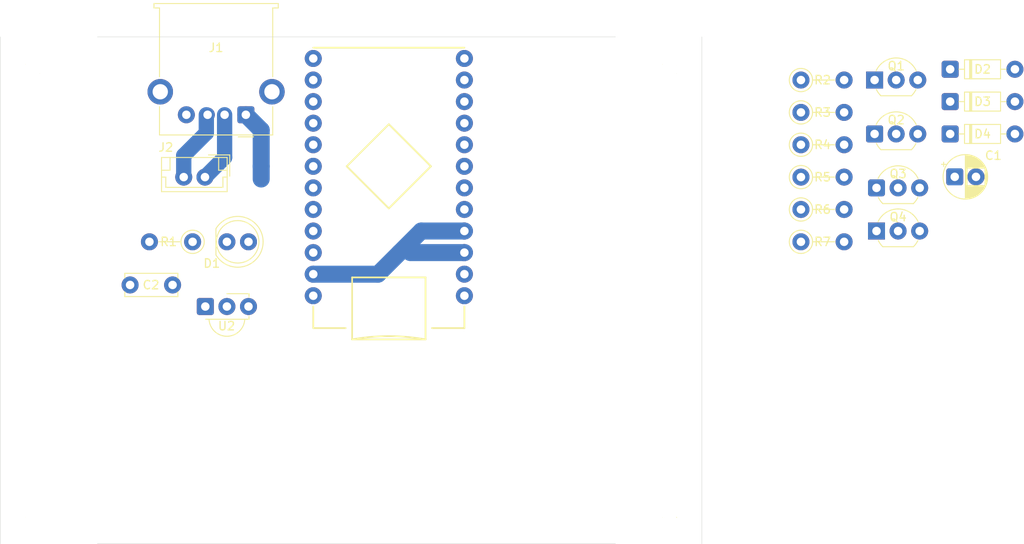
<source format=kicad_pcb>
(kicad_pcb (version 20241229) (generator "pcbnew") (generator_version "9.0")
  (layers (0 "F.Cu" signal) (2 "B.Cu" signal) (13 "F.Paste" user) (15 "B.Paste" user) (5 "F.SilkS" user "F.Silkscreen") (7 "B.SilkS" user "B.Silkscreen") (1 "F.Mask" user) (3 "B.Mask" user) (25 "Edge.Cuts" user))
  (net 0 "")
  (net 1 "GND")
  (net 2 "+5V")
  (net 3 "Net-(D1-A)")
  (net 4 "Net-(D1-K)")
  (net 5 "IR_OUT")
  (net 10 "Net-(D4-A)")
  (net 17 "Net-(D2-K)")
  (net 21 "Net-(J1-D+)")
  (net 22 "Net-(J1-D-)")
  (net 23 "Net-(D2-A)")
  (net 24 "Net-(D3-A)")
  (net 25 "Net-(D4-K)")
  (net 26 "Net-(Q1-B)")
  (net 27 "Net-(Q2-C)")
  (net 28 "VCC")
  (net 29 "Net-(Q4-E)")
  (net 30 "Net-(Q4-B)")
  (net 31 "ON_OFF")
  (net 32 "DISCH")
  (footprint "Diode_THT:D_DO-35_SOD27_P7.62mm_Horizontal" (layer "F.Cu") (at 203.2 60.96)
    (property "Reference" "D4" (at 3.81 0 0) (layer "F.SilkS"))
    (property "Value" "1N5817" (hide yes))
    (fp_line (start 1.04 0) (end 1.69 0) (stroke (width 0.12)) (layer "F.SilkS"))
    (fp_line (start 2.29 -1.12) (end 2.29 1.12) (stroke (width 0.12)) (layer "F.SilkS"))
    (fp_line (start 2.41 -1.12) (end 2.41 1.12) (stroke (width 0.12)) (layer "F.SilkS"))
    (fp_line (start 2.53 -1.12) (end 2.53 1.12) (stroke (width 0.12)) (layer "F.SilkS"))
    (fp_line (start 6.58 0) (end 5.93 0) (stroke (width 0.12)) (layer "F.SilkS"))
    (fp_rect (start 1.69 -1.12) (end 5.93 1.12) (stroke (width 0.12)) (fill no) (layer "F.SilkS"))
    (pad "1" thru_hole roundrect (at 0 0) (size 2 2) (drill 1) (layers "*.Cu" "*.Mask") (roundrect_rratio 0.15625) (net 25 "Net-(D4-K)"))
    (pad "2" thru_hole circle (at 7.62 0) (size 2 2) (drill 1) (layers "*.Cu" "*.Mask") (net 10 "Net-(D4-A)"))
  )
  (footprint "Connector_JST:JST_EH_B2B-EH-A_1x02_P2.50mm_Vertical" (layer "F.Cu") (at 115.53 66.04 180)
    (property "Reference" "J2" (at 4.6 3.5 0) (layer "F.SilkS"))
    (property "Value" "01x02" (hide yes))
    (fp_line (start 5.11 2.31) (end 5.11 -1.71) (stroke (width 0.12)) (layer "F.SilkS"))
    (fp_line (start 5.11 0.81) (end 4.11 0.81) (stroke (width 0.12)) (layer "F.SilkS"))
    (fp_line (start 5.11 -1.71) (end -2.61 -1.71) (stroke (width 0.12)) (layer "F.SilkS"))
    (fp_line (start 4.61 0) (end 5.11 0) (stroke (width 0.12)) (layer "F.SilkS"))
    (fp_line (start 4.61 -1.21) (end 4.61 0) (stroke (width 0.12)) (layer "F.SilkS"))
    (fp_line (start 4.11 0.81) (end 4.11 2.31) (stroke (width 0.12)) (layer "F.SilkS"))
    (fp_line (start -1.61 0.81) (end -1.61 2.31) (stroke (width 0.12)) (layer "F.SilkS"))
    (fp_line (start -2.11 0) (end -2.11 -1.21) (stroke (width 0.12)) (layer "F.SilkS"))
    (fp_line (start -2.11 -1.21) (end 4.61 -1.21) (stroke (width 0.12)) (layer "F.SilkS"))
    (fp_line (start -2.61 2.31) (end 5.11 2.31) (stroke (width 0.12)) (layer "F.SilkS"))
    (fp_line (start -2.61 0.81) (end -1.61 0.81) (stroke (width 0.12)) (layer "F.SilkS"))
    (fp_line (start -2.61 0) (end -2.11 0) (stroke (width 0.12)) (layer "F.SilkS"))
    (fp_line (start -2.61 -1.71) (end -2.61 2.31) (stroke (width 0.12)) (layer "F.SilkS"))
    (fp_line (start -2.91 2.61) (end -0.41 2.61) (stroke (width 0.12)) (layer "F.SilkS"))
    (fp_line (start -2.91 0.11) (end -2.91 2.61) (stroke (width 0.12)) (layer "F.SilkS"))
    (pad "1" thru_hole circle (at 0 0 180) (size 2 2) (drill 1) (layers "*.Cu" "*.Mask") (net 22 "Net-(J1-D-)"))
    (pad "2" thru_hole oval (at 2.5 0 180) (size 2 2) (drill 1) (layers "*.Cu" "*.Mask") (net 21 "Net-(J1-D+)"))
  )
  (footprint "Resistor_THT:R_Axial_DIN0207_L6.3mm_D2.5mm_P5.08mm_Vertical" (layer "F.Cu") (at 185.645 54.61)
    (property "Reference" "R2" (at 2.54 0 0) (layer "F.SilkS"))
    (property "Value" "47K" (hide yes))
    (fp_line (start 1.37 0) (end 3.98 0) (stroke (width 0.12)) (layer "F.SilkS"))
    (fp_circle (center 0 0) (end 1.37 0) (stroke (width 0.12)) (fill no) (layer "F.SilkS"))
    (pad "1" thru_hole circle (at 0 0) (size 2 2) (drill 1) (layers "*.Cu" "*.Mask") (net 5 "IR_OUT"))
    (pad "2" thru_hole circle (at 5.08 0) (size 2 2) (drill 1) (layers "*.Cu" "*.Mask") (net 26 "Net-(Q1-B)"))
  )
  (footprint "Capacitor_THT:CP_Radial_D5.0mm_P2.50mm" (layer "F.Cu") (at 203.739775 66.01)
    (property "Reference" "C1" (at 4.540225 -2.51 0) (layer "F.SilkS"))
    (property "Value" "10uF" (hide yes))
    (fp_line (start -1.554775 -1.475) (end -1.054775 -1.475) (stroke (width 0.12)) (layer "F.SilkS"))
    (fp_line (start -1.304775 -1.725) (end -1.304775 -1.225) (stroke (width 0.12)) (layer "F.SilkS"))
    (fp_line (start 1.25 -2.58) (end 1.25 2.58) (stroke (width 0.12)) (layer "F.SilkS"))
    (fp_line (start 1.29 -2.58) (end 1.29 2.58) (stroke (width 0.12)) (layer "F.SilkS"))
    (fp_line (start 1.33 -2.579) (end 1.33 2.579) (stroke (width 0.12)) (layer "F.SilkS"))
    (fp_line (start 1.37 -2.577) (end 1.37 2.577) (stroke (width 0.12)) (layer "F.SilkS"))
    (fp_line (start 1.41 -2.575) (end 1.41 2.575) (stroke (width 0.12)) (layer "F.SilkS"))
    (fp_line (start 1.45 -2.572) (end 1.45 2.572) (stroke (width 0.12)) (layer "F.SilkS"))
    (fp_line (start 1.49 -2.569) (end 1.49 -1.04) (stroke (width 0.12)) (layer "F.SilkS"))
    (fp_line (start 1.49 1.04) (end 1.49 2.569) (stroke (width 0.12)) (layer "F.SilkS"))
    (fp_line (start 1.53 -2.565) (end 1.53 -1.04) (stroke (width 0.12)) (layer "F.SilkS"))
    (fp_line (start 1.53 1.04) (end 1.53 2.565) (stroke (width 0.12)) (layer "F.SilkS"))
    (fp_line (start 1.57 -2.56) (end 1.57 -1.04) (stroke (width 0.12)) (layer "F.SilkS"))
    (fp_line (start 1.57 1.04) (end 1.57 2.56) (stroke (width 0.12)) (layer "F.SilkS"))
    (fp_line (start 1.61 -2.555) (end 1.61 -1.04) (stroke (width 0.12)) (layer "F.SilkS"))
    (fp_line (start 1.61 1.04) (end 1.61 2.555) (stroke (width 0.12)) (layer "F.SilkS"))
    (fp_line (start 1.65 -2.549) (end 1.65 -1.04) (stroke (width 0.12)) (layer "F.SilkS"))
    (fp_line (start 1.65 1.04) (end 1.65 2.549) (stroke (width 0.12)) (layer "F.SilkS"))
    (fp_line (start 1.69 -2.543) (end 1.69 -1.04) (stroke (width 0.12)) (layer "F.SilkS"))
    (fp_line (start 1.69 1.04) (end 1.69 2.543) (stroke (width 0.12)) (layer "F.SilkS"))
    (fp_line (start 1.73 -2.536) (end 1.73 -1.04) (stroke (width 0.12)) (layer "F.SilkS"))
    (fp_line (start 1.73 1.04) (end 1.73 2.536) (stroke (width 0.12)) (layer "F.SilkS"))
    (fp_line (start 1.77 -2.528) (end 1.77 -1.04) (stroke (width 0.12)) (layer "F.SilkS"))
    (fp_line (start 1.77 1.04) (end 1.77 2.528) (stroke (width 0.12)) (layer "F.SilkS"))
    (fp_line (start 1.81 -2.519) (end 1.81 -1.04) (stroke (width 0.12)) (layer "F.SilkS"))
    (fp_line (start 1.81 1.04) (end 1.81 2.519) (stroke (width 0.12)) (layer "F.SilkS"))
    (fp_line (start 1.85 -2.51) (end 1.85 -1.04) (stroke (width 0.12)) (layer "F.SilkS"))
    (fp_line (start 1.85 1.04) (end 1.85 2.51) (stroke (width 0.12)) (layer "F.SilkS"))
    (fp_line (start 1.89 -2.501) (end 1.89 -1.04) (stroke (width 0.12)) (layer "F.SilkS"))
    (fp_line (start 1.89 1.04) (end 1.89 2.501) (stroke (width 0.12)) (layer "F.SilkS"))
    (fp_line (start 1.93 -2.49) (end 1.93 -1.04) (stroke (width 0.12)) (layer "F.SilkS"))
    (fp_line (start 1.93 1.04) (end 1.93 2.49) (stroke (width 0.12)) (layer "F.SilkS"))
    (fp_line (start 1.97 -2.479) (end 1.97 -1.04) (stroke (width 0.12)) (layer "F.SilkS"))
    (fp_line (start 1.97 1.04) (end 1.97 2.479) (stroke (width 0.12)) (layer "F.SilkS"))
    (fp_line (start 2.01 -2.467) (end 2.01 -1.04) (stroke (width 0.12)) (layer "F.SilkS"))
    (fp_line (start 2.01 1.04) (end 2.01 2.467) (stroke (width 0.12)) (layer "F.SilkS"))
    (fp_line (start 2.05 -2.455) (end 2.05 -1.04) (stroke (width 0.12)) (layer "F.SilkS"))
    (fp_line (start 2.05 1.04) (end 2.05 2.455) (stroke (width 0.12)) (layer "F.SilkS"))
    (fp_line (start 2.09 -2.442) (end 2.09 -1.04) (stroke (width 0.12)) (layer "F.SilkS"))
    (fp_line (start 2.09 1.04) (end 2.09 2.442) (stroke (width 0.12)) (layer "F.SilkS"))
    (fp_line (start 2.13 -2.428) (end 2.13 -1.04) (stroke (width 0.12)) (layer "F.SilkS"))
    (fp_line (start 2.13 1.04) (end 2.13 2.428) (stroke (width 0.12)) (layer "F.SilkS"))
    (fp_line (start 2.17 -2.413) (end 2.17 -1.04) (stroke (width 0.12)) (layer "F.SilkS"))
    (fp_line (start 2.17 1.04) (end 2.17 2.413) (stroke (width 0.12)) (layer "F.SilkS"))
    (fp_line (start 2.21 -2.398) (end 2.21 -1.04) (stroke (width 0.12)) (layer "F.SilkS"))
    (fp_line (start 2.21 1.04) (end 2.21 2.398) (stroke (width 0.12)) (layer "F.SilkS"))
    (fp_line (start 2.25 -2.382) (end 2.25 -1.04) (stroke (width 0.12)) (layer "F.SilkS"))
    (fp_line (start 2.25 1.04) (end 2.25 2.382) (stroke (width 0.12)) (layer "F.SilkS"))
    (fp_line (start 2.29 -2.365) (end 2.29 -1.04) (stroke (width 0.12)) (layer "F.SilkS"))
    (fp_line (start 2.29 1.04) (end 2.29 2.365) (stroke (width 0.12)) (layer "F.SilkS"))
    (fp_line (start 2.33 -2.347) (end 2.33 -1.04) (stroke (width 0.12)) (layer "F.SilkS"))
    (fp_line (start 2.33 1.04) (end 2.33 2.347) (stroke (width 0.12)) (layer "F.SilkS"))
    (fp_line (start 2.37 -2.329) (end 2.37 -1.04) (stroke (width 0.12)) (layer "F.SilkS"))
    (fp_line (start 2.37 1.04) (end 2.37 2.329) (stroke (width 0.12)) (layer "F.SilkS"))
    (fp_line (start 2.41 -2.309) (end 2.41 -1.04) (stroke (width 0.12)) (layer "F.SilkS"))
    (fp_line (start 2.41 1.04) (end 2.41 2.309) (stroke (width 0.12)) (layer "F.SilkS"))
    (fp_line (start 2.45 -2.289) (end 2.45 -1.04) (stroke (width 0.12)) (layer "F.SilkS"))
    (fp_line (start 2.45 1.04) (end 2.45 2.289) (stroke (width 0.12)) (layer "F.SilkS"))
    (fp_line (start 2.49 -2.268) (end 2.49 -1.04) (stroke (width 0.12)) (layer "F.SilkS"))
    (fp_line (start 2.49 1.04) (end 2.49 2.268) (stroke (width 0.12)) (layer "F.SilkS"))
    (fp_line (start 2.53 -2.246) (end 2.53 -1.04) (stroke (width 0.12)) (layer "F.SilkS"))
    (fp_line (start 2.53 1.04) (end 2.53 2.246) (stroke (width 0.12)) (layer "F.SilkS"))
    (fp_line (start 2.57 -2.223) (end 2.57 -1.04) (stroke (width 0.12)) (layer "F.SilkS"))
    (fp_line (start 2.57 1.04) (end 2.57 2.223) (stroke (width 0.12)) (layer "F.SilkS"))
    (fp_line (start 2.61 -2.199) (end 2.61 -1.04) (stroke (width 0.12)) (layer "F.SilkS"))
    (fp_line (start 2.61 1.04) (end 2.61 2.199) (stroke (width 0.12)) (layer "F.SilkS"))
    (fp_line (start 2.65 -2.175) (end 2.65 -1.04) (stroke (width 0.12)) (layer "F.SilkS"))
    (fp_line (start 2.65 1.04) (end 2.65 2.175) (stroke (width 0.12)) (layer "F.SilkS"))
    (fp_line (start 2.69 -2.149) (end 2.69 -1.04) (stroke (width 0.12)) (layer "F.SilkS"))
    (fp_line (start 2.69 1.04) (end 2.69 2.149) (stroke (width 0.12)) (layer "F.SilkS"))
    (fp_line (start 2.73 -2.122) (end 2.73 -1.04) (stroke (width 0.12)) (layer "F.SilkS"))
    (fp_line (start 2.73 1.04) (end 2.73 2.122) (stroke (width 0.12)) (layer "F.SilkS"))
    (fp_line (start 2.77 -2.094) (end 2.77 -1.04) (stroke (width 0.12)) (layer "F.SilkS"))
    (fp_line (start 2.77 1.04) (end 2.77 2.094) (stroke (width 0.12)) (layer "F.SilkS"))
    (fp_line (start 2.81 -2.065) (end 2.81 -1.04) (stroke (width 0.12)) (layer "F.SilkS"))
    (fp_line (start 2.81 1.04) (end 2.81 2.065) (stroke (width 0.12)) (layer "F.SilkS"))
    (fp_line (start 2.85 -2.035) (end 2.85 -1.04) (stroke (width 0.12)) (layer "F.SilkS"))
    (fp_line (start 2.85 1.04) (end 2.85 2.035) (stroke (width 0.12)) (layer "F.SilkS"))
    (fp_line (start 2.89 -2.003) (end 2.89 -1.04) (stroke (width 0.12)) (layer "F.SilkS"))
    (fp_line (start 2.89 1.04) (end 2.89 2.003) (stroke (width 0.12)) (layer "F.SilkS"))
    (fp_line (start 2.93 -1.97) (end 2.93 -1.04) (stroke (width 0.12)) (layer "F.SilkS"))
    (fp_line (start 2.93 1.04) (end 2.93 1.97) (stroke (width 0.12)) (layer "F.SilkS"))
    (fp_line (start 2.97 -1.936) (end 2.97 -1.04) (stroke (width 0.12)) (layer "F.SilkS"))
    (fp_line (start 2.97 1.04) (end 2.97 1.936) (stroke (width 0.12)) (layer "F.SilkS"))
    (fp_line (start 3.01 -1.901) (end 3.01 -1.04) (stroke (width 0.12)) (layer "F.SilkS"))
    (fp_line (start 3.01 1.04) (end 3.01 1.901) (stroke (width 0.12)) (layer "F.SilkS"))
    (fp_line (start 3.05 -1.864) (end 3.05 -1.04) (stroke (width 0.12)) (layer "F.SilkS"))
    (fp_line (start 3.05 1.04) (end 3.05 1.864) (stroke (width 0.12)) (layer "F.SilkS"))
    (fp_line (start 3.09 -1.825) (end 3.09 -1.04) (stroke (width 0.12)) (layer "F.SilkS"))
    (fp_line (start 3.09 1.04) (end 3.09 1.825) (stroke (width 0.12)) (layer "F.SilkS"))
    (fp_line (start 3.13 -1.785) (end 3.13 -1.04) (stroke (width 0.12)) (layer "F.SilkS"))
    (fp_line (start 3.13 1.04) (end 3.13 1.785) (stroke (width 0.12)) (layer "F.SilkS"))
    (fp_line (start 3.17 -1.743) (end 3.17 -1.04) (stroke (width 0.12)) (layer "F.SilkS"))
    (fp_line (start 3.17 1.04) (end 3.17 1.743) (stroke (width 0.12)) (layer "F.SilkS"))
    (fp_line (start 3.21 -1.699) (end 3.21 -1.04) (stroke (width 0.12)) (layer "F.SilkS"))
    (fp_line (start 3.21 1.04) (end 3.21 1.699) (stroke (width 0.12)) (layer "F.SilkS"))
    (fp_line (start 3.25 -1.652) (end 3.25 -1.04) (stroke (width 0.12)) (layer "F.SilkS"))
    (fp_line (start 3.25 1.04) (end 3.25 1.652) (stroke (width 0.12)) (layer "F.SilkS"))
    (fp_line (start 3.29 -1.604) (end 3.29 -1.04) (stroke (width 0.12)) (layer "F.SilkS"))
    (fp_line (start 3.29 1.04) (end 3.29 1.604) (stroke (width 0.12)) (layer "F.SilkS"))
    (fp_line (start 3.33 -1.553) (end 3.33 -1.04) (stroke (width 0.12)) (layer "F.SilkS"))
    (fp_line (start 3.33 1.04) (end 3.33 1.553) (stroke (width 0.12)) (layer "F.SilkS"))
    (fp_line (start 3.37 -1.499) (end 3.37 -1.04) (stroke (width 0.12)) (layer "F.SilkS"))
    (fp_line (start 3.37 1.04) (end 3.37 1.499) (stroke (width 0.12)) (layer "F.SilkS"))
    (fp_line (start 3.41 -1.443) (end 3.41 -1.04) (stroke (width 0.12)) (layer "F.SilkS"))
    (fp_line (start 3.41 1.04) (end 3.41 1.443) (stroke (width 0.12)) (layer "F.SilkS"))
    (fp_line (start 3.45 -1.383) (end 3.45 -1.04) (stroke (width 0.12)) (layer "F.SilkS"))
    (fp_line (start 3.45 1.04) (end 3.45 1.383) (stroke (width 0.12)) (layer "F.SilkS"))
    (fp_line (start 3.49 -1.319) (end 3.49 -1.04) (stroke (width 0.12)) (layer "F.SilkS"))
    (fp_line (start 3.49 1.04) (end 3.49 1.319) (stroke (width 0.12)) (layer "F.SilkS"))
    (fp_line (start 3.53 -1.251) (end 3.53 -1.04) (stroke (width 0.12)) (layer "F.SilkS"))
    (fp_line (start 3.53 1.04) (end 3.53 1.251) (stroke (width 0.12)) (layer "F.SilkS"))
    (fp_line (start 3.57 -1.177) (end 3.57 1.177) (stroke (width 0.12)) (layer "F.SilkS"))
    (fp_line (start 3.61 -1.098) (end 3.61 1.098) (stroke (width 0.12)) (layer "F.SilkS"))
    (fp_line (start 3.65 -1.011) (end 3.65 1.011) (stroke (width 0.12)) (layer "F.SilkS"))
    (fp_line (start 3.69 -0.914) (end 3.69 0.914) (stroke (width 0.12)) (layer "F.SilkS"))
    (fp_line (start 3.73 -0.805) (end 3.73 0.805) (stroke (width 0.12)) (layer "F.SilkS"))
    (fp_line (start 3.77 -0.677) (end 3.77 0.677) (stroke (width 0.12)) (layer "F.SilkS"))
    (fp_line (start 3.81 -0.517) (end 3.81 0.517) (stroke (width 0.12)) (layer "F.SilkS"))
    (fp_line (start 3.85 -0.283) (end 3.85 0.283) (stroke (width 0.12)) (layer "F.SilkS"))
    (fp_circle (center 1.25 0) (end 3.87 0) (stroke (width 0.12)) (fill no) (layer "F.SilkS"))
    (pad "1" thru_hole roundrect (at 0 0) (size 2 2) (drill 1) (layers "*.Cu" "*.Mask") (roundrect_rratio 0.15625) (net 10 "Net-(D4-A)"))
    (pad "2" thru_hole circle (at 2.5 0) (size 2 2) (drill 1) (layers "*.Cu" "*.Mask") (net 1 "GND"))
  )
  (footprint "MountingHole:MountingHole_2mm" (layer "F.Cu") (at 95.25 53.34)
    (property "Reference" "H1" (at 0 0 0) (layer "F.SilkS"))
    (property "Value" "MountingHole" (hide yes))
    (pad "" np_thru_hole circle (at 0 0) (size 2 2) (drill 2) (layers "*.Cu" "*.Mask"))
  )
  (footprint "OptoDevice:Vishay_MINICAST-3Pin" (layer "F.Cu") (at 115.57 81.28)
    (property "Reference" "U2" (at 2.5 2.295 180) (layer "F.SilkS"))
    (property "Value" "VS1838B" (hide yes))
    (fp_line (start 5.14 -1.51) (end 2.54 -1.51) (stroke (width 0.12)) (layer "F.SilkS"))
    (fp_line (start 5.14 -1.16) (end 5.14 -1.51) (stroke (width 0.12)) (layer "F.SilkS"))
    (fp_line (start 5.14 1.16) (end 5.14 1.5) (stroke (width 0.12)) (layer "F.SilkS"))
    (fp_line (start 5.14 1.5) (end 0.05 1.5) (stroke (width 0.12)) (layer "F.SilkS"))
    (fp_arc (start 4.64 1.5) (mid 2.540869 3.502379) (end 0.440083 1.501736) (stroke (width 0.12)) (layer "F.SilkS"))
    (pad "1" thru_hole roundrect (at 0 0) (size 2 2) (drill 1) (layers "*.Cu" "*.Mask") (roundrect_rratio 0.139) (net 5 "IR_OUT"))
    (pad "2" thru_hole circle (at 2.54 0) (size 2 2) (drill 1) (layers "*.Cu" "*.Mask") (net 1 "GND"))
    (pad "3" thru_hole circle (at 5.08 0) (size 2 2) (drill 1) (layers "*.Cu" "*.Mask") (net 2 "+5V"))
  )
  (footprint "Resistor_THT:R_Axial_DIN0207_L6.3mm_D2.5mm_P5.08mm_Vertical" (layer "F.Cu") (at 185.645 66.04)
    (property "Reference" "R5" (at 2.54 0 0) (layer "F.SilkS"))
    (property "Value" "10K" (hide yes))
    (fp_line (start 1.37 0) (end 3.98 0) (stroke (width 0.12)) (layer "F.SilkS"))
    (fp_circle (center 0 0) (end 1.37 0) (stroke (width 0.12)) (fill no) (layer "F.SilkS"))
    (pad "1" thru_hole circle (at 0 0) (size 2 2) (drill 1) (layers "*.Cu" "*.Mask") (net 24 "Net-(D3-A)"))
    (pad "2" thru_hole circle (at 5.08 0) (size 2 2) (drill 1) (layers "*.Cu" "*.Mask") (net 31 "ON_OFF"))
  )
  (footprint "LED_THT:LED_D5.0mm" (layer "F.Cu") (at 118.11 73.66)
    (property "Reference" "D1" (at -1.778 2.54 0) (layer "F.SilkS"))
    (property "Value" "LED" (hide yes))
    (fp_line (start -1.29 -1.545) (end -1.29 1.545) (stroke (width 0.12)) (layer "F.SilkS"))
    (fp_arc (start -1.29 -1.54483) (mid 2.071779 -2.880495) (end 4.26 0) (stroke (width 0.12)) (layer "F.SilkS"))
    (fp_arc (start 4.26 0) (mid 2.071779 2.880495) (end -1.29 1.54483) (stroke (width 0.12)) (layer "F.SilkS"))
    (fp_circle (center 1.27 0) (end 3.77 0) (stroke (width 0.12)) (fill no) (layer "F.SilkS"))
    (pad "1" thru_hole circle (at 0 0) (size 2 2) (drill 1) (layers "*.Cu" "*.Mask") (net 4 "Net-(D1-K)"))
    (pad "2" thru_hole circle (at 2.54 0) (size 2 2) (drill 1) (layers "*.Cu" "*.Mask") (net 3 "Net-(D1-A)"))
  )
  (footprint "Resistor_THT:R_Axial_DIN0207_L6.3mm_D2.5mm_P5.08mm_Vertical" (layer "F.Cu") (at 185.645 62.23)
    (property "Reference" "R4" (at 2.54 0 0) (layer "F.SilkS"))
    (property "Value" "100K" (hide yes))
    (fp_line (start 1.37 0) (end 3.98 0) (stroke (width 0.12)) (layer "F.SilkS"))
    (fp_circle (center 0 0) (end 1.37 0) (stroke (width 0.12)) (fill no) (layer "F.SilkS"))
    (pad "1" thru_hole circle (at 0 0) (size 2 2) (drill 1) (layers "*.Cu" "*.Mask") (net 2 "+5V"))
    (pad "2" thru_hole circle (at 5.08 0) (size 2 2) (drill 1) (layers "*.Cu" "*.Mask") (net 27 "Net-(Q2-C)"))
  )
  (footprint "MountingHole:MountingHole_2mm" (layer "F.Cu") (at 95.25 106.68)
    (property "Reference" "H4" (at 0 0 0) (layer "F.SilkS"))
    (property "Value" "MountingHole" (hide yes))
    (pad "" np_thru_hole circle (at 0 0) (size 2 2) (drill 2) (layers "*.Cu" "*.Mask"))
  )
  (footprint "Package_TO_SOT_THT:TO-92_Inline_Wide" (layer "F.Cu") (at 194.31 60.96)
    (property "Reference" "Q2" (at 2.54 -1.65 0) (layer "F.SilkS"))
    (property "Value" "BC547" (hide yes))
    (fp_line (start 0.74 1.85) (end 4.34 1.85) (stroke (width 0.12)) (layer "F.SilkS"))
    (fp_arc (start 0.1836 -1.098807) (mid 1.143021 -2.192817) (end 2.54 -2.6) (stroke (width 0.12)) (layer "F.SilkS"))
    (fp_arc (start 0.74 1.85) (mid 0.446097 1.509328) (end 0.215816 1.122795) (stroke (width 0.12)) (layer "F.SilkS"))
    (fp_arc (start 2.54 -2.6) (mid 3.936979 -2.192818) (end 4.8964 -1.098807) (stroke (width 0.12)) (layer "F.SilkS"))
    (fp_arc (start 4.864184 1.122795) (mid 4.633903 1.509328) (end 4.34 1.85) (stroke (width 0.12)) (layer "F.SilkS"))
    (pad "1" thru_hole roundrect (at 0 0) (size 2 2) (drill 1) (layers "*.Cu" "*.Mask") (roundrect_rratio 0.125) (net 27 "Net-(Q2-C)"))
    (pad "2" thru_hole circle (at 2.54 0) (size 2 2) (drill 1) (layers "*.Cu" "*.Mask") (net 17 "Net-(D2-K)"))
    (pad "3" thru_hole circle (at 5.08 0) (size 2 2) (drill 1) (layers "*.Cu" "*.Mask") (net 1 "GND"))
  )
  (footprint "Capacitor_THT:C_Disc_D6.0mm_W2.5mm_P5.00mm" (layer "F.Cu") (at 106.72 78.74)
    (property "Reference" "C2" (at 2.46 0 0) (layer "F.SilkS"))
    (property "Value" "100nF" (hide yes))
    (fp_line (start -0.62 -1.37) (end 5.62 -1.37) (stroke (width 0.12)) (layer "F.SilkS"))
    (fp_line (start -0.62 -0.835) (end -0.62 -1.37) (stroke (width 0.12)) (layer "F.SilkS"))
    (fp_line (start -0.62 1.37) (end -0.62 0.835) (stroke (width 0.12)) (layer "F.SilkS"))
    (fp_line (start 5.62 -1.37) (end 5.62 -0.835) (stroke (width 0.12)) (layer "F.SilkS"))
    (fp_line (start 5.62 0.835) (end 5.62 1.37) (stroke (width 0.12)) (layer "F.SilkS"))
    (fp_line (start 5.62 1.37) (end -0.62 1.37) (stroke (width 0.12)) (layer "F.SilkS"))
    (pad "1" thru_hole circle (at 0 0) (size 2 2) (drill 1) (layers "*.Cu" "*.Mask") (net 1 "GND"))
    (pad "2" thru_hole circle (at 5 0) (size 2 2) (drill 1) (layers "*.Cu" "*.Mask") (net 2 "+5V"))
  )
  (footprint "Connector_USB:USB_A_Molex_67643_Horizontal" (layer "F.Cu") (at 120.34 58.7 180)
    (property "Reference" "J1" (at 3.5 7.9 0) (layer "F.SilkS"))
    (property "Value" "USB_A")
    (fp_line (start 10.81 13.1) (end 10.81 12.58) (stroke (width 0.12)) (layer "F.SilkS"))
    (fp_line (start 10.81 12.58) (end 10.16 12.58) (stroke (width 0.12)) (layer "F.SilkS"))
    (fp_line (start 10.16 4.47) (end 10.16 12.58) (stroke (width 0.12)) (layer "F.SilkS"))
    (fp_line (start 10.16 -2.38) (end 10.16 0.95) (stroke (width 0.12)) (layer "F.SilkS"))
    (fp_line (start -0.9 -2.6) (end 0.9 -2.6) (stroke (width 0.12)) (layer "F.SilkS"))
    (fp_line (start -3.16 12.58) (end -3.16 4.47) (stroke (width 0.12)) (layer "F.SilkS"))
    (fp_line (start -3.16 12.58) (end -3.81 12.58) (stroke (width 0.12)) (layer "F.SilkS"))
    (fp_line (start -3.16 -2.38) (end 10.16 -2.38) (stroke (width 0.12)) (layer "F.SilkS"))
    (fp_line (start -3.16 -2.38) (end -3.16 0.95) (stroke (width 0.12)) (layer "F.SilkS"))
    (fp_line (start -3.81 13.1) (end 10.81 13.1) (stroke (width 0.12)) (layer "F.SilkS"))
    (fp_line (start -3.81 12.58) (end -3.81 13.1) (stroke (width 0.12)) (layer "F.SilkS"))
    (pad "1" thru_hole roundrect (at 0 0 180) (size 2 2) (drill 1) (layers "*.Cu" "*.Mask") (roundrect_rratio 0.1388888889) (net 2 "+5V"))
    (pad "2" thru_hole circle (at 2.5 0 180) (size 1.7 1.7) (drill 1) (layers "*.Cu" "*.Mask") (net 22 "Net-(J1-D-)"))
    (pad "3" thru_hole circle (at 4.5 0 180) (size 1.7 1.7) (drill 1) (layers "*.Cu" "*.Mask") (net 21 "Net-(J1-D+)"))
    (pad "4" thru_hole circle (at 7 0 180) (size 2 2) (drill 1) (layers "*.Cu" "*.Mask") (net 1 "GND"))
    (pad "5" thru_hole circle (at -3.07 2.71 180) (size 3 3) (drill 1.8) (layers "*.Cu" "*.Mask") (net 1 "GND"))
    (pad "5" thru_hole circle (at 10.07 2.71 180) (size 3 3) (drill 1.8) (layers "*.Cu" "*.Mask") (net 1 "GND"))
  )
  (footprint "Resistor_THT:R_Axial_DIN0207_L6.3mm_D2.5mm_P5.08mm_Vertical" (layer "F.Cu") (at 185.645 69.85)
    (property "Reference" "R6" (at 2.54 0 0) (layer "F.SilkS"))
    (property "Value" "4.7K" (hide yes))
    (fp_line (start 1.37 0) (end 3.98 0) (stroke (width 0.12)) (layer "F.SilkS"))
    (fp_circle (center 0 0) (end 1.37 0) (stroke (width 0.12)) (fill no) (layer "F.SilkS"))
    (pad "1" thru_hole circle (at 0 0) (size 2 2) (drill 1) (layers "*.Cu" "*.Mask") (net 32 "DISCH"))
    (pad "2" thru_hole circle (at 5.08 0) (size 2 2) (drill 1) (layers "*.Cu" "*.Mask") (net 30 "Net-(Q4-B)"))
  )
  (footprint "Package_TO_SOT_THT:TO-92_Inline_Wide" (layer "F.Cu") (at 194.535 67.31)
    (property "Reference" "Q3" (at 2.54 -1.65 0) (layer "F.SilkS"))
    (property "Value" "BC557" (hide yes))
    (fp_line (start 0.74 1.85) (end 4.34 1.85) (stroke (width 0.12)) (layer "F.SilkS"))
    (fp_arc (start 0.1836 -1.098807) (mid 1.143021 -2.192817) (end 2.54 -2.6) (stroke (width 0.12)) (layer "F.SilkS"))
    (fp_arc (start 0.74 1.85) (mid 0.446097 1.509328) (end 0.215816 1.122795) (stroke (width 0.12)) (layer "F.SilkS"))
    (fp_arc (start 2.54 -2.6) (mid 3.936979 -2.192818) (end 4.8964 -1.098807) (stroke (width 0.12)) (layer "F.SilkS"))
    (fp_arc (start 4.864184 1.122795) (mid 4.633903 1.509328) (end 4.34 1.85) (stroke (width 0.12)) (layer "F.SilkS"))
    (pad "1" thru_hole roundrect (at 0 0) (size 2 2) (drill 1) (layers "*.Cu" "*.Mask") (roundrect_rratio 0.1666666667) (net 28 "VCC"))
    (pad "2" thru_hole circle (at 2.54 0) (size 2 2) (drill 1) (layers "*.Cu" "*.Mask") (net 27 "Net-(Q2-C)"))
    (pad "3" thru_hole circle (at 5.08 0) (size 2 2) (drill 1) (layers "*.Cu" "*.Mask") (net 2 "+5V"))
  )
  (footprint "Diode_THT:D_DO-35_SOD27_P7.62mm_Horizontal" (layer "F.Cu") (at 203.2 53.34)
    (property "Reference" "D2" (at 3.81 0 0) (layer "F.SilkS"))
    (property "Value" "1N5817" (hide yes))
    (fp_line (start 1.04 0) (end 1.69 0) (stroke (width 0.12)) (layer "F.SilkS"))
    (fp_line (start 2.29 -1.12) (end 2.29 1.12) (stroke (width 0.12)) (layer "F.SilkS"))
    (fp_line (start 2.41 -1.12) (end 2.41 1.12) (stroke (width 0.12)) (layer "F.SilkS"))
    (fp_line (start 2.53 -1.12) (end 2.53 1.12) (stroke (width 0.12)) (layer "F.SilkS"))
    (fp_line (start 6.58 0) (end 5.93 0) (stroke (width 0.12)) (layer "F.SilkS"))
    (fp_rect (start 1.69 -1.12) (end 5.93 1.12) (stroke (width 0.12)) (fill no) (layer "F.SilkS"))
    (pad "1" thru_hole roundrect (at 0 0) (size 2 2) (drill 1) (layers "*.Cu" "*.Mask") (roundrect_rratio 0.15625) (net 17 "Net-(D2-K)"))
    (pad "2" thru_hole circle (at 7.62 0) (size 2 2) (drill 1) (layers "*.Cu" "*.Mask") (net 23 "Net-(D2-A)"))
  )
  (footprint "Package_TO_SOT_THT:TO-92_Inline_Wide" (layer "F.Cu") (at 194.535 72.39)
    (property "Reference" "Q4" (at 2.54 -1.65 0) (layer "F.SilkS"))
    (property "Value" "BC547" (hide yes))
    (fp_line (start 0.74 1.85) (end 4.34 1.85) (stroke (width 0.12)) (layer "F.SilkS"))
    (fp_arc (start 0.1836 -1.098807) (mid 1.143021 -2.192817) (end 2.54 -2.6) (stroke (width 0.12)) (layer "F.SilkS"))
    (fp_arc (start 0.74 1.85) (mid 0.446097 1.509328) (end 0.215816 1.122795) (stroke (width 0.12)) (layer "F.SilkS"))
    (fp_arc (start 2.54 -2.6) (mid 3.936979 -2.192818) (end 4.8964 -1.098807) (stroke (width 0.12)) (layer "F.SilkS"))
    (fp_arc (start 4.864184 1.122795) (mid 4.633903 1.509328) (end 4.34 1.85) (stroke (width 0.12)) (layer "F.SilkS"))
    (pad "1" thru_hole rect (at 0 0) (size 2 2) (drill 1) (layers "*.Cu" "*.Mask") (net 25 "Net-(D4-K)"))
    (pad "2" thru_hole circle (at 2.54 0) (size 2 2) (drill 1) (layers "*.Cu" "*.Mask") (net 30 "Net-(Q4-B)"))
    (pad "3" thru_hole circle (at 5.08 0) (size 2 2) (drill 1) (layers "*.Cu" "*.Mask") (net 29 "Net-(Q4-E)"))
  )
  (footprint "MountingHole:MountingHole_2mm" (layer "F.Cu") (at 170.18 106.68)
    (property "Reference" "H3" (at 0 0 0) (layer "F.SilkS"))
    (property "Value" "MountingHole" (hide yes))
    (pad "" np_thru_hole circle (at 0 0) (size 2 2) (drill 2) (layers "*.Cu" "*.Mask"))
  )
  (footprint "Custom:Arduino_Pro_Micro" (layer "F.Cu") (at 137.16 67.31 180)
    (property "Reference" "U1")
    (property "Value" "Arduino_Pro_Micro")
    (fp_line (start 8.89 16.51) (end -8.89 16.51) (stroke (width 0.2032)) (layer "F.SilkS"))
    (fp_line (start 8.89 -16.51) (end 8.89 -13.97) (stroke (width 0.2032)) (layer "F.SilkS"))
    (fp_line (start 5.08 -16.51) (end 8.89 -16.51) (stroke (width 0.2032)) (layer "F.SilkS"))
    (fp_line (start 4.953 2.54) (end 0 -2.413) (stroke (width 0.2032)) (layer "F.SilkS"))
    (fp_line (start 4.318 -10.541) (end -4.318 -10.541) (stroke (width 0.2032)) (layer "F.SilkS"))
    (fp_line (start 4.318 -17.8435) (end 4.318 -10.541) (stroke (width 0.2032)) (layer "F.SilkS"))
    (fp_line (start 0 7.493) (end 4.953 2.54) (stroke (width 0.2032)) (layer "F.SilkS"))
    (fp_line (start 0 -2.413) (end -4.953 2.54) (stroke (width 0.2032)) (layer "F.SilkS"))
    (fp_line (start -4.318 -10.541) (end -4.318 -17.8435) (stroke (width 0.2032)) (layer "F.SilkS"))
    (fp_line (start -4.318 -17.8435) (end 4.318 -17.8435) (stroke (width 0.2032)) (layer "F.SilkS"))
    (fp_line (start -4.953 2.54) (end 0 7.493) (stroke (width 0.2032)) (layer "F.SilkS"))
    (fp_line (start -5.08 -16.51) (end -8.89 -16.51) (stroke (width 0.2032)) (layer "F.SilkS"))
    (fp_line (start -8.89 -16.51) (end -8.89 -13.97) (stroke (width 0.2032)) (layer "F.SilkS"))
    (fp_arc (start 4.318 -17.8435) (mid 0 -17.460445) (end -4.318 -17.8435) (stroke (width 0.2032)) (layer "F.SilkS"))
    (pad "1" thru_hole circle (at -8.89 -12.7 180) (size 2 2) (drill 1) (layers "*.Cu" "*.Mask"))
    (pad "2" thru_hole circle (at -8.89 -10.16 180) (size 2 2) (drill 1) (layers "*.Cu" "*.Mask"))
    (pad "3" thru_hole circle (at -8.89 -7.62 180) (size 2 2) (drill 1) (layers "*.Cu" "*.Mask") (net 1 "GND"))
    (pad "4" thru_hole circle (at -8.89 -5.08 180) (size 2 2) (drill 1) (layers "*.Cu" "*.Mask") (net 1 "GND"))
    (pad "5" thru_hole circle (at -8.89 -2.54 180) (size 2 2) (drill 1) (layers "*.Cu" "*.Mask"))
    (pad "6" thru_hole circle (at -8.89 0 180) (size 2 2) (drill 1) (layers "*.Cu" "*.Mask"))
    (pad "7" thru_hole circle (at -8.89 2.54 180) (size 2 2) (drill 1) (layers "*.Cu" "*.Mask") (net 32 "DISCH"))
    (pad "8" thru_hole circle (at -8.89 5.08 180) (size 2 2) (drill 1) (layers "*.Cu" "*.Mask") (net 31 "ON_OFF"))
    (pad "9" thru_hole circle (at -8.89 7.62 180) (size 2 2) (drill 1) (layers "*.Cu" "*.Mask"))
    (pad "10" thru_hole circle (at -8.89 10.16 180) (size 2 2) (drill 1) (layers "*.Cu" "*.Mask"))
    (pad "11" thru_hole circle (at -8.89 12.7 180) (size 2 2) (drill 1) (layers "*.Cu" "*.Mask"))
    (pad "12" thru_hole circle (at -8.89 15.24 180) (size 2 2) (drill 1) (layers "*.Cu" "*.Mask"))
    (pad "13" thru_hole circle (at 8.89 15.24 180) (size 2 2) (drill 1) (layers "*.Cu" "*.Mask"))
    (pad "14" thru_hole circle (at 8.89 12.7 180) (size 2 2) (drill 1) (layers "*.Cu" "*.Mask"))
    (pad "15" thru_hole circle (at 8.89 10.16 180) (size 2 2) (drill 1) (layers "*.Cu" "*.Mask") (net 3 "Net-(D1-A)"))
    (pad "16" thru_hole circle (at 8.89 7.62 180) (size 2 2) (drill 1) (layers "*.Cu" "*.Mask"))
    (pad "17" thru_hole circle (at 8.89 5.08 180) (size 2 2) (drill 1) (layers "*.Cu" "*.Mask"))
    (pad "18" thru_hole circle (at 8.89 2.54 180) (size 2 2) (drill 1) (layers "*.Cu" "*.Mask"))
    (pad "19" thru_hole circle (at 8.89 0 180) (size 2 2) (drill 1) (layers "*.Cu" "*.Mask"))
    (pad "20" thru_hole circle (at 8.89 -2.54 180) (size 2 2) (drill 1) (layers "*.Cu" "*.Mask"))
    (pad "21" thru_hole circle (at 8.89 -5.08 180) (size 2 2) (drill 1) (layers "*.Cu" "*.Mask") (net 28 "VCC"))
    (pad "22" thru_hole circle (at 8.89 -7.62 180) (size 2 2) (drill 1) (layers "*.Cu" "*.Mask"))
    (pad "23" thru_hole circle (at 8.89 -10.16 180) (size 2 2) (drill 1) (layers "*.Cu" "*.Mask") (net 1 "GND"))
    (pad "24" thru_hole circle (at 8.89 -12.7 180) (size 2 2) (drill 1) (layers "*.Cu" "*.Mask"))
  )
  (footprint "Diode_THT:D_DO-35_SOD27_P7.62mm_Horizontal" (layer "F.Cu") (at 203.2 57.15)
    (property "Reference" "D3" (at 3.81 0 0) (layer "F.SilkS"))
    (property "Value" "1N5817" (hide yes))
    (fp_line (start 1.04 0) (end 1.69 0) (stroke (width 0.12)) (layer "F.SilkS"))
    (fp_line (start 2.29 -1.12) (end 2.29 1.12) (stroke (width 0.12)) (layer "F.SilkS"))
    (fp_line (start 2.41 -1.12) (end 2.41 1.12) (stroke (width 0.12)) (layer "F.SilkS"))
    (fp_line (start 2.53 -1.12) (end 2.53 1.12) (stroke (width 0.12)) (layer "F.SilkS"))
    (fp_line (start 6.58 0) (end 5.93 0) (stroke (width 0.12)) (layer "F.SilkS"))
    (fp_rect (start 1.69 -1.12) (end 5.93 1.12) (stroke (width 0.12)) (fill no) (layer "F.SilkS"))
    (pad "1" thru_hole roundrect (at 0 0) (size 2 2) (drill 1) (layers "*.Cu" "*.Mask") (roundrect_rratio 0.15625) (net 17 "Net-(D2-K)"))
    (pad "2" thru_hole circle (at 7.62 0) (size 2 2) (drill 1) (layers "*.Cu" "*.Mask") (net 24 "Net-(D3-A)"))
  )
  (footprint "Package_TO_SOT_THT:TO-92_Inline_Wide" (layer "F.Cu") (at 194.31 54.61)
    (property "Reference" "Q1" (at 2.54 -1.65 0) (layer "F.SilkS"))
    (property "Value" "BC557" (hide yes))
    (fp_line (start 0.74 1.85) (end 4.34 1.85) (stroke (width 0.12)) (layer "F.SilkS"))
    (fp_arc (start 0.1836 -1.098807) (mid 1.143021 -2.192817) (end 2.54 -2.6) (stroke (width 0.12)) (layer "F.SilkS"))
    (fp_arc (start 0.74 1.85) (mid 0.446097 1.509328) (end 0.215816 1.122795) (stroke (width 0.12)) (layer "F.SilkS"))
    (fp_arc (start 2.54 -2.6) (mid 3.936979 -2.192818) (end 4.8964 -1.098807) (stroke (width 0.12)) (layer "F.SilkS"))
    (fp_arc (start 4.864184 1.122795) (mid 4.633903 1.509328) (end 4.34 1.85) (stroke (width 0.12)) (layer "F.SilkS"))
    (pad "1" thru_hole rect (at 0 0) (size 2 2) (drill 1) (layers "*.Cu" "*.Mask") (net 10 "Net-(D4-A)"))
    (pad "2" thru_hole circle (at 2.54 0) (size 2 2) (drill 1) (layers "*.Cu" "*.Mask") (net 26 "Net-(Q1-B)"))
    (pad "3" thru_hole circle (at 5.08 0) (size 2 2) (drill 1) (layers "*.Cu" "*.Mask") (net 2 "+5V"))
  )
  (footprint "Resistor_THT:R_Axial_DIN0207_L6.3mm_D2.5mm_P5.08mm_Vertical" (layer "F.Cu") (at 185.645 73.66)
    (property "Reference" "R7" (at 2.54 0 0) (layer "F.SilkS"))
    (property "Value" "4.7K" (hide yes))
    (fp_line (start 1.37 0) (end 3.98 0) (stroke (width 0.12)) (layer "F.SilkS"))
    (fp_circle (center 0 0) (end 1.37 0) (stroke (width 0.12)) (fill no) (layer "F.SilkS"))
    (pad "1" thru_hole circle (at 0 0) (size 2 2) (drill 1) (layers "*.Cu" "*.Mask") (net 1 "GND"))
    (pad "2" thru_hole circle (at 5.08 0) (size 2 2) (drill 1) (layers "*.Cu" "*.Mask") (net 29 "Net-(Q4-E)"))
  )
  (footprint "Resistor_THT:R_Axial_DIN0207_L6.3mm_D2.5mm_P5.08mm_Vertical" (layer "F.Cu") (at 114.075 73.66 180)
    (property "Reference" "R1" (at 2.823 0 0) (layer "F.SilkS"))
    (property "Value" "1K" (hide yes))
    (fp_line (start 1.37 0) (end 3.98 0) (stroke (width 0.12)) (layer "F.SilkS"))
    (fp_circle (center 0 0) (end 1.37 0) (stroke (width 0.12)) (fill no) (layer "F.SilkS"))
    (pad "1" thru_hole circle (at 0 0 180) (size 2 2) (drill 1) (layers "*.Cu" "*.Mask") (net 4 "Net-(D1-K)"))
    (pad "2" thru_hole circle (at 5.08 0 180) (size 2 2) (drill 1) (layers "*.Cu" "*.Mask") (net 1 "GND"))
  )
  (footprint "Resistor_THT:R_Axial_DIN0207_L6.3mm_D2.5mm_P5.08mm_Vertical" (layer "F.Cu") (at 185.645 58.42)
    (property "Reference" "R3" (at 2.54 0 0) (layer "F.SilkS"))
    (property "Value" "10K" (hide yes))
    (fp_line (start 1.37 0) (end 3.98 0) (stroke (width 0.12)) (layer "F.SilkS"))
    (fp_circle (center 0 0) (end 1.37 0) (stroke (width 0.12)) (fill no) (layer "F.SilkS"))
    (pad "1" thru_hole circle (at 0 0) (size 2 2) (drill 1) (layers "*.Cu" "*.Mask") (net 23 "Net-(D2-A)"))
    (pad "2" thru_hole circle (at 5.08 0) (size 2 2) (drill 1) (layers "*.Cu" "*.Mask") (net 10 "Net-(D4-A)"))
  )
  (footprint "MountingHole:MountingHole_2mm" (layer "F.Cu") (at 170.18 53.34)
    (property "Reference" "H2" (at 0 0 0) (layer "F.SilkS"))
    (property "Value" "MountingHole" (hide yes))
    (pad "" np_thru_hole circle (at 0 0) (size 2 2) (drill 2) (layers "*.Cu" "*.Mask"))
  )
  (gr_line (start 102.87 49.53) (end 163.83 49.53) (stroke (width 0.05)) (layer "Edge.Cuts"))
  (gr_line (start 91.44 109.22) (end 91.44 49.53) (stroke (width 0.05)) (layer "Edge.Cuts"))
  (gr_line (start 173.99 49.53) (end 173.99 109.22) (stroke (width 0.05)) (layer "Edge.Cuts"))
  (gr_line (start 163.83 109.22) (end 102.87 109.22) (stroke (width 0.05)) (layer "Edge.Cuts"))
  (segment (start 140.97 72.39) (end 138.43 74.93) (width 2) (layer "B.Cu") (net 1))
  (segment (start 128.27 77.47) (end 135.89 77.47) (width 2) (layer "B.Cu") (net 1))
  (segment (start 146.05 72.39) (end 140.97 72.39) (width 2) (layer "B.Cu") (net 1))
  (segment (start 139.7 74.93) (end 146.05 74.93) (width 2) (layer "B.Cu") (net 1))
  (segment (start 135.89 77.47) (end 138.43 74.93) (width 2) (layer "B.Cu") (net 1))
  (segment (start 122.145 64.77) (end 122.145 66.265) (width 2) (layer "B.Cu") (net 2))
  (segment (start 122.145 60.505) (end 120.34 58.7) (width 2) (layer "B.Cu") (net 2))
  (segment (start 122.145 64.77) (end 122.145 60.505) (width 2) (layer "B.Cu") (net 2))
  (segment (start 115.689 60.841) (end 115.689 58.7) (width 1.8) (layer "B.Cu") (net 21))
  (segment (start 113.03 63.5) (end 115.689 60.841) (width 1.8) (layer "B.Cu") (net 21))
  (segment (start 113.03 66.04) (end 113.03 63.5) (width 1.8) (layer "B.Cu") (net 21))
  (segment (start 117.84 63.73) (end 117.84 58.7) (width 1.8) (layer "B.Cu") (net 22))
  (segment (start 115.53 66.04) (end 117.84 63.73) (width 1.8) (layer "B.Cu") (net 22))
)
</source>
